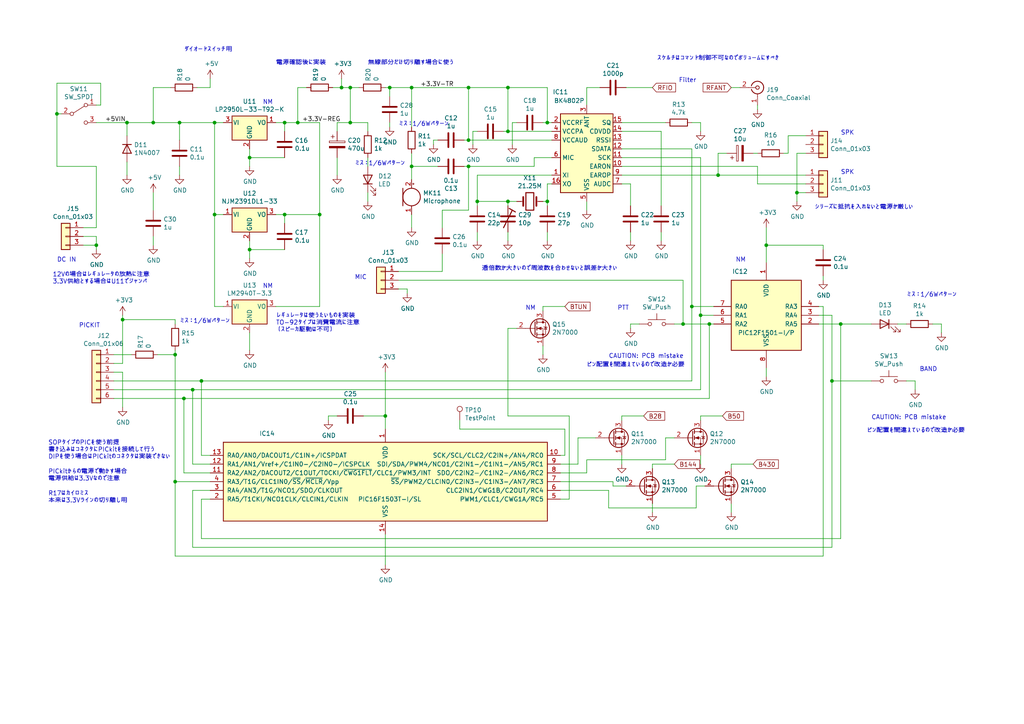
<source format=kicad_sch>
(kicad_sch (version 20211123) (generator eeschema)
  (paper "A4")
  (title_block (title "FM QRP TRCV") (date "2022-03-12") (rev "1") (company "JK1MLY / PRUG"))
  (lib_symbols
    (symbol "Connector:TestPoint" (pin_numbers hide) (pin_names (offset 0.762) hide)
      (property "Reference" "TP" (at 0 6.858 0))
      (property "Value" "TestPoint" (at 0 5.08 0))
      (symbol "TestPoint_1_1"
        (pin passive line (at 0 0 90) (length 2.54) (name "1") (number "1"))
      )
    )
    (symbol "Connector_Generic:Conn_01x03" (pin_names (offset 1.016) hide)
      (property "Reference" "J" (at 0 5.08 0))
      (property "Value" "Conn_01x03" (at 0 -5.08 0))
      (symbol "Conn_01x03_1_1"
        (pin passive line (at -5.08 2.54 0) (length 3.81) (name "Pin_1") (number "1"))
        (pin passive line (at -5.08 0 0) (length 3.81) (name "Pin_2") (number "2"))
        (pin passive line (at -5.08 -2.54 0) (length 3.81) (name "Pin_3") (number "3"))
      )
    )
    (symbol "Connector_Generic:Conn_01x06" (pin_names (offset 1.016) hide)
      (property "Reference" "J" (at 0 7.62 0))
      (property "Value" "Conn_01x06" (at 0 -10.16 0))
      (symbol "Conn_01x06_1_1"
        (pin passive line (at -5.08 5.08 0) (length 3.81) (name "Pin_1") (number "1"))
        (pin passive line (at -5.08 2.54 0) (length 3.81) (name "Pin_2") (number "2"))
        (pin passive line (at -5.08 0 0) (length 3.81) (name "Pin_3") (number "3"))
        (pin passive line (at -5.08 -2.54 0) (length 3.81) (name "Pin_4") (number "4"))
        (pin passive line (at -5.08 -5.08 0) (length 3.81) (name "Pin_5") (number "5"))
        (pin passive line (at -5.08 -7.62 0) (length 3.81) (name "Pin_6") (number "6"))
      )
    )
    (symbol "Device:C" (pin_numbers hide) (pin_names (offset 0.254))
      (property "Reference" "C" (at 0.635 2.54 0))
      (property "Value" "C" (at 0.635 -2.54 0))
      (symbol "C_1_1"
        (pin passive line (at 0 3.81 270) (length 2.794) (name "~") (number "1"))
        (pin passive line (at 0 -3.81 90) (length 2.794) (name "~") (number "2"))
      )
    )
    (symbol "Device:CP" (pin_numbers hide) (pin_names (offset 0.254))
      (property "Reference" "C" (at 0.635 2.54 0))
      (property "Value" "Device_CP" (at 0.635 -2.54 0))
      (symbol "CP_1_1"
        (pin passive line (at 0 3.81 270) (length 2.794) (name "~") (number "1"))
        (pin passive line (at 0 -3.81 90) (length 2.794) (name "~") (number "2"))
      )
    )
    (symbol "Device:CTRIM" (pin_numbers hide) (pin_names (offset 0.254) hide)
      (property "Reference" "C" (at 1.524 -2.032 0))
      (property "Value" "Device_CTRIM" (at 3.048 -3.556 0))
      (symbol "CTRIM_1_1"
        (pin passive line (at 0 3.81 270) (length 3.048) (name "~") (number "1"))
        (pin passive line (at 0 -3.81 90) (length 3.048) (name "~") (number "2"))
      )
    )
    (symbol "Device:Crystal" (pin_numbers hide) (pin_names (offset 1.016) hide)
      (property "Reference" "Y" (at 0 3.81 0))
      (property "Value" "Crystal" (at 0 -3.81 0))
      (symbol "Crystal_1_1"
        (pin passive line (at -3.81 0 0) (length 1.27) (name "1") (number "1"))
        (pin passive line (at 3.81 0 180) (length 1.27) (name "2") (number "2"))
      )
    )
    (symbol "Device:LED" (pin_numbers hide) (pin_names (offset 1.016) hide)
      (property "Reference" "D" (at 0 2.54 0))
      (property "Value" "LED" (at 0 -2.54 0))
      (symbol "LED_1_1"
        (pin passive line (at -3.81 0 0) (length 2.54) (name "K") (number "1"))
        (pin passive line (at 3.81 0 180) (length 2.54) (name "A") (number "2"))
      )
    )
    (symbol "Device:Microphone" (pin_names (offset 0.0254) hide)
      (property "Reference" "MK" (at -3.81 1.27 0))
      (property "Value" "Microphone" (at -3.81 -0.635 0))
      (symbol "Microphone_1_1"
        (pin passive line (at 0 -5.08 90) (length 2.54) (name "-") (number "1"))
        (pin passive line (at 0 5.08 270) (length 2.54) (name "+") (number "2"))
      )
    )
    (symbol "Device:R" (pin_numbers hide) (pin_names (offset 0))
      (property "Reference" "R" (at 2.032 0 90))
      (property "Value" "R" (at 0 0 90))
      (symbol "R_1_1"
        (pin passive line (at 0 3.81 270) (length 1.27) (name "~") (number "1"))
        (pin passive line (at 0 -3.81 90) (length 1.27) (name "~") (number "2"))
      )
    )
    (symbol "Diode:1N4002" (pin_numbers hide) (pin_names (offset 1.016) hide)
      (property "Reference" "D" (at 0 2.54 0))
      (property "Value" "1N4002" (at 0 -2.54 0))
      (symbol "1N4002_1_1"
        (pin passive line (at -3.81 0 0) (length 2.54) (name "K") (number "1"))
        (pin passive line (at 3.81 0 180) (length 2.54) (name "A") (number "2"))
      )
    )
    (symbol "MCU_Microchip_PIC12:PIC12LF1501-IP" (pin_names (offset 1.016))
      (property "Reference" "U" (at 1.27 13.97 0))
      (property "Value" "PIC12LF1501-IP" (at 1.27 11.43 0))
      (symbol "PIC12LF1501-IP_1_1"
        (pin power_in line (at 0 15.24 270) (length 5.08) (name "VDD") (number "1"))
        (pin bidirectional line (at 15.24 -2.54 180) (length 5.08) (name "RA5") (number "2"))
        (pin bidirectional line (at 15.24 0 180) (length 5.08) (name "RA4") (number "3"))
        (pin input line (at 15.24 2.54 180) (length 5.08) (name "RA3") (number "4"))
        (pin bidirectional line (at -15.24 -2.54 0) (length 5.08) (name "RA2") (number "5"))
        (pin bidirectional line (at -15.24 0 0) (length 5.08) (name "RA1") (number "6"))
        (pin bidirectional line (at -15.24 2.54 0) (length 5.08) (name "RA0") (number "7"))
        (pin power_in line (at 0 -15.24 90) (length 5.08) (name "VSS") (number "8"))
      )
    )
    (symbol "MCU_Microchip_PIC16:PIC16F1503-ISL" (pin_names (offset 1.016))
      (property "Reference" "U" (at -46.99 15.24 0))
      (property "Value" "PIC16F1503-ISL" (at -46.99 12.7 0))
      (symbol "PIC16F1503-ISL_1_1"
        (pin power_in line (at 0 15.24 270) (length 3.81) (name "VDD") (number "1"))
        (pin bidirectional line (at 50.8 7.62 180) (length 3.81) (name "SCK/SCL/CLC2/C2IN+/AN4/RC0") (number "10"))
        (pin bidirectional line (at -50.8 2.54 0) (length 3.81) (name "RA2/AN2/DACOUT2/C1OUT/T0CKI/~{CWG1FLT}/CLC1/PWM3/INT") (number "11"))
        (pin bidirectional line (at -50.8 5.08 0) (length 3.81) (name "RA1/AN1/Vref+/C1IN0-/C2IN0-/ICSPCLK") (number "12"))
        (pin bidirectional line (at -50.8 7.62 0) (length 3.81) (name "RA0/AN0/DACOUT1/C1IN+/ICSPDAT") (number "13"))
        (pin power_in line (at 0 -15.24 90) (length 3.81) (name "VSS") (number "14"))
        (pin bidirectional line (at -50.8 -5.08 0) (length 3.81) (name "RA5/T1CKI/NCO1CLK/CLCIN1/CLKIN") (number "2"))
        (pin bidirectional line (at -50.8 -2.54 0) (length 3.81) (name "RA4/AN3/T1G/NCO1/SDO/CLKOUT") (number "3"))
        (pin input line (at -50.8 0 0) (length 3.81) (name "RA3/T1G/CLC1IN0/~{SS}/~{MCLR}/Vpp") (number "4"))
        (pin bidirectional line (at 50.8 -5.08 180) (length 3.81) (name "PWM1/CLC1/CWG1A/RC5") (number "5"))
        (pin bidirectional line (at 50.8 -2.54 180) (length 3.81) (name "CLC2IN1/CWG1B/C2OUT/RC4") (number "6"))
        (pin bidirectional line (at 50.8 0 180) (length 3.81) (name "~{SS}/PWM2/CLCIN0/C2IN3-/C1IN3-/AN7/RC3") (number "7"))
        (pin bidirectional line (at 50.8 2.54 180) (length 3.81) (name "SDO/C2IN2-/C1IN2-/AN6/RC2") (number "8"))
        (pin bidirectional line (at 50.8 5.08 180) (length 3.81) (name "SDI/SDA/PWM4/NCO1/C2IN1-/C1IN1-/AN5/RC1") (number "9"))
      )
    )
    (symbol "Regulator_Linear:LM2936-3.0" (pin_names (offset 0.254))
      (property "Reference" "U" (at -3.81 3.175 0))
      (property "Value" "LM2936-3.0" (at 0 3.175 0))
      (symbol "LM2936-3.0_1_1"
        (pin power_in line (at -7.62 0 0) (length 2.54) (name "VI") (number "1"))
        (pin power_in line (at 0 -7.62 90) (length 2.54) (name "GND") (number "2"))
        (pin power_out line (at 7.62 0 180) (length 2.54) (name "VO") (number "3"))
      )
    )
    (symbol "Regulator_Linear:LM2936-3.0_TO92" (pin_names (offset 0.254))
      (property "Reference" "U" (at -3.81 3.175 0))
      (property "Value" "LM2936-3.0_TO92" (at 0 3.175 0))
      (symbol "LM2936-3.0_TO92_1_1"
        (pin power_out line (at 7.62 0 180) (length 2.54) (name "VO") (number "1"))
        (pin power_in line (at 0 -7.62 90) (length 2.54) (name "GND") (number "2"))
        (pin power_in line (at -7.62 0 0) (length 2.54) (name "VI") (number "3"))
      )
    )
    (symbol "Switch:SW_Push" (pin_numbers hide) (pin_names (offset 1.016) hide)
      (property "Reference" "SW" (at 1.27 2.54 0))
      (property "Value" "SW_Push" (at 0 -1.524 0))
      (symbol "SW_Push_0_1"
        (pin passive line (at -5.08 0 0) (length 2.54) (name "1") (number "1"))
        (pin passive line (at 5.08 0 180) (length 2.54) (name "2") (number "2"))
      )
    )
    (symbol "Switch:SW_SPDT" (pin_names (offset 0) hide)
      (property "Reference" "SW" (at 0 4.318 0))
      (property "Value" "SW_SPDT" (at 0 -5.08 0))
      (symbol "SW_SPDT_1_1"
        (pin passive line (at 5.08 2.54 180) (length 2.54) (name "A") (number "1"))
        (pin passive line (at -5.08 0 0) (length 2.54) (name "B") (number "2"))
        (pin passive line (at 5.08 -2.54 180) (length 2.54) (name "C") (number "3"))
      )
    )
    (symbol "Transistor_FET:2N7000" (pin_names hide)
      (property "Reference" "Q" (at 5.08 1.905 0))
      (property "Value" "2N7000" (at 5.08 0 0))
      (symbol "2N7000_1_1"
        (pin passive line (at 2.54 -5.08 90) (length 2.54) (name "S") (number "1"))
        (pin input line (at -5.08 0 0) (length 2.54) (name "G") (number "2"))
        (pin passive line (at 2.54 5.08 270) (length 2.54) (name "D") (number "3"))
      )
    )
    (symbol "power:+3.3V" (power) (pin_names (offset 0))
      (property "Value" "+3.3V" (at 0 3.556 0))
      (symbol "+3.3V_1_1"
        (pin power_in line (at 0 0 90) (length 0) hide (name "+3V3") (number "1"))
      )
    )
    (symbol "power:+5V" (power) (pin_names (offset 0))
      (property "Value" "+5V" (at 0 3.556 0))
      (symbol "+5V_1_1"
        (pin power_in line (at 0 0 90) (length 0) hide (name "+5V") (number "1"))
      )
    )
    (symbol "power:GND" (power) (pin_names (offset 0))
      (property "Value" "GND" (at 0 -3.81 0))
      (symbol "GND_1_1"
        (pin power_in line (at 0 0 270) (length 0) hide (name "GND") (number "1"))
      )
    )
    (symbol "usr_Library:BK4802P"
      (property "Reference" "IC" (at -7.62 13.97 0))
      (property "Value" "BK4802P" (at 2.54 -11.43 0))
      (symbol "BK4802P_1_1"
        (pin input line (at -10.16 -5.08 0) (length 2.54) (name "XI") (number "1"))
        (pin output line (at 10.16 -2.54 180) (length 2.54) (name "EARON") (number "10"))
        (pin bidirectional line (at 10.16 0 180) (length 2.54) (name "SCK") (number "11"))
        (pin bidirectional line (at 10.16 2.54 180) (length 2.54) (name "SDATA") (number "12"))
        (pin output line (at 10.16 5.08 180) (length 2.54) (name "RSSI") (number "13"))
        (pin output line (at 10.16 7.62 180) (length 2.54) (name "CDVDD") (number "14"))
        (pin output line (at 10.16 10.16 180) (length 2.54) (name "SQ") (number "15"))
        (pin output line (at -10.16 -7.62 0) (length 2.54) (name "XO") (number "16"))
        (pin power_in line (at -10.16 10.16 0) (length 2.54) (name "VCCRF") (number "2"))
        (pin output line (at 0 15.24 270) (length 2.54) (name "ANT") (number "3"))
        (pin power_in line (at -10.16 7.62 0) (length 2.54) (name "VCCPA") (number "4"))
        (pin power_in line (at 0 -12.7 90) (length 2.54) (name "VSS") (number "5"))
        (pin input line (at -10.16 0 0) (length 2.54) (name "MIC") (number "6"))
        (pin output line (at 10.16 -7.62 180) (length 2.54) (name "AUDC") (number "7"))
        (pin power_in line (at -10.16 5.08 0) (length 2.54) (name "VCCAUD") (number "8"))
        (pin output line (at 10.16 -5.08 180) (length 2.54) (name "EAROP") (number "9"))
      )
    )
    (symbol "usr_Library:Conn_Coaxial1" (pin_names (offset 1.016) hide)
      (property "Reference" "J" (at 0.254 3.048 0))
      (property "Value" "Conn_Coaxial1" (at 2.921 0 90))
      (symbol "Conn_Coaxial1_1_1"
        (pin passive line (at 0 -5.08 90) (length 2.54) (name "G") (number "1"))
        (pin passive line (at -5.08 0 0) (length 2.54) (name "S") (number "2"))
      )
    )
  )
  (junction (at 52.07 35.56))
  (junction (at 119.38 25.4))
  (junction (at 58.42 110.49))
  (junction (at 82.55 62.23))
  (junction (at 135.89 40.64))
  (junction (at 82.55 35.56))
  (junction (at 135.89 25.4))
  (junction (at 86.36 35.56))
  (junction (at 72.39 45.72))
  (junction (at 158.75 58.42))
  (junction (at 205.74 93.98))
  (junction (at 101.6 25.4))
  (junction (at 53.34 115.57))
  (junction (at 198.12 93.98))
  (junction (at 200.66 88.9))
  (junction (at 231.14 55.88))
  (junction (at 138.43 58.42))
  (junction (at 222.25 71.12))
  (junction (at 55.88 113.03))
  (junction (at 147.32 25.4))
  (junction (at 158.75 35.56))
  (junction (at 208.28 50.8))
  (junction (at 111.76 120.65))
  (junction (at 99.06 25.4))
  (junction (at 92.71 62.23))
  (junction (at 147.32 58.42))
  (junction (at 27.94 71.12))
  (junction (at 241.3 110.49))
  (junction (at 135.89 48.26))
  (junction (at 101.6 35.56))
  (junction (at 50.8 139.7))
  (junction (at 62.23 35.56))
  (junction (at 36.83 35.56))
  (junction (at 113.03 25.4))
  (junction (at 243.84 93.98))
  (junction (at 35.56 92.71))
  (junction (at 50.8 102.87))
  (junction (at 203.2 91.44))
  (junction (at 119.38 48.26))
  (junction (at 16.51 33.02))
  (junction (at 147.32 38.1))
  (junction (at 44.45 35.56))
  (junction (at 62.23 62.23))
  (junction (at 72.39 72.39))
  (wire (pts (xy 180.34 120.65) (xy 180.34 121.92)))
  (wire (pts (xy 180.34 45.72) (xy 203.2 45.72)))
  (wire (pts (xy 147.32 38.1) (xy 160.02 38.1)))
  (wire (pts (xy 177.8 139.7) (xy 177.8 140.97)))
  (wire (pts (xy 52.07 35.56) (xy 62.23 35.56)))
  (wire (pts (xy 27.94 68.58) (xy 27.94 71.12)))
  (wire (pts (xy 24.13 68.58) (xy 27.94 68.58)))
  (wire (pts (xy 105.41 120.65) (xy 111.76 120.65)))
  (wire (pts (xy 95.25 120.65) (xy 95.25 121.92)))
  (wire (pts (xy 212.09 25.4) (xy 214.63 25.4)))
  (wire (pts (xy 119.38 52.07) (xy 119.38 48.26)))
  (wire (pts (xy 203.2 120.65) (xy 209.55 120.65)))
  (wire (pts (xy 50.8 139.7) (xy 60.96 139.7)))
  (wire (pts (xy 72.39 74.93) (xy 72.39 72.39)))
  (wire (pts (xy 162.56 137.16) (xy 170.18 137.16)))
  (wire (pts (xy 207.01 93.98) (xy 205.74 93.98)))
  (wire (pts (xy 228.6 39.37) (xy 228.6 44.45)))
  (wire (pts (xy 148.59 35.56) (xy 148.59 41.91)))
  (wire (pts (xy 96.52 25.4) (xy 99.06 25.4)))
  (wire (pts (xy 133.35 124.46) (xy 133.35 121.92)))
  (wire (pts (xy 163.83 88.9) (xy 157.48 88.9)))
  (wire (pts (xy 195.58 134.62) (xy 189.23 134.62)))
  (wire (pts (xy 160.02 35.56) (xy 158.75 35.56)))
  (wire (pts (xy 62.23 35.56) (xy 64.77 35.56)))
  (wire (pts (xy 191.77 67.31) (xy 191.77 69.85)))
  (wire (pts (xy 138.43 67.31) (xy 138.43 69.85)))
  (wire (pts (xy 238.76 88.9) (xy 238.76 161.29)))
  (wire (pts (xy 228.6 44.45) (xy 227.33 44.45)))
  (wire (pts (xy 203.2 91.44) (xy 203.2 113.03)))
  (wire (pts (xy 127 48.26) (xy 119.38 48.26)))
  (wire (pts (xy 44.45 35.56) (xy 52.07 35.56)))
  (wire (pts (xy 82.55 62.23) (xy 80.01 62.23)))
  (wire (pts (xy 101.6 25.4) (xy 101.6 35.56)))
  (wire (pts (xy 158.75 58.42) (xy 158.75 59.69)))
  (wire (pts (xy 176.53 142.24) (xy 176.53 147.32)))
  (wire (pts (xy 104.14 25.4) (xy 101.6 25.4)))
  (wire (pts (xy 158.75 35.56) (xy 157.48 35.56)))
  (wire (pts (xy 101.6 35.56) (xy 106.68 35.56)))
  (wire (pts (xy 198.12 81.28) (xy 198.12 93.98)))
  (wire (pts (xy 128.27 78.74) (xy 115.57 78.74)))
  (wire (pts (xy 265.43 110.49) (xy 265.43 113.03)))
  (wire (pts (xy 97.79 120.65) (xy 95.25 120.65)))
  (wire (pts (xy 193.04 133.35) (xy 193.04 127)))
  (wire (pts (xy 36.83 39.37) (xy 36.83 35.56)))
  (wire (pts (xy 158.75 53.34) (xy 158.75 58.42)))
  (wire (pts (xy 193.04 35.56) (xy 180.34 35.56)))
  (wire (pts (xy 106.68 35.56) (xy 106.68 38.1)))
  (wire (pts (xy 134.62 40.64) (xy 135.89 40.64)))
  (wire (pts (xy 222.25 71.12) (xy 222.25 76.2)))
  (wire (pts (xy 189.23 146.05) (xy 189.23 148.59)))
  (wire (pts (xy 146.05 38.1) (xy 147.32 38.1)))
  (wire (pts (xy 92.71 62.23) (xy 92.71 35.56)))
  (wire (pts (xy 203.2 35.56) (xy 203.2 38.1)))
  (wire (pts (xy 58.42 132.08) (xy 58.42 110.49)))
  (wire (pts (xy 222.25 106.68) (xy 222.25 109.22)))
  (wire (pts (xy 147.32 25.4) (xy 158.75 25.4)))
  (wire (pts (xy 180.34 53.34) (xy 182.88 53.34)))
  (wire (pts (xy 115.57 83.82) (xy 118.11 83.82)))
  (wire (pts (xy 38.1 102.87) (xy 33.02 102.87)))
  (wire (pts (xy 237.49 91.44) (xy 241.3 91.44)))
  (wire (pts (xy 162.56 139.7) (xy 177.8 139.7)))
  (wire (pts (xy 201.93 140.97) (xy 204.47 140.97)))
  (wire (pts (xy 106.68 55.88) (xy 106.68 58.42)))
  (wire (pts (xy 55.88 158.75) (xy 241.3 158.75)))
  (wire (pts (xy 86.36 25.4) (xy 86.36 35.56)))
  (wire (pts (xy 88.9 25.4) (xy 86.36 25.4)))
  (wire (pts (xy 58.42 156.21) (xy 243.84 156.21)))
  (wire (pts (xy 243.84 93.98) (xy 243.84 156.21)))
  (wire (pts (xy 193.04 127) (xy 195.58 127)))
  (wire (pts (xy 82.55 35.56) (xy 86.36 35.56)))
  (wire (pts (xy 182.88 53.34) (xy 182.88 59.69)))
  (wire (pts (xy 238.76 80.01) (xy 238.76 81.28)))
  (wire (pts (xy 147.32 25.4) (xy 147.32 38.1)))
  (wire (pts (xy 157.48 100.33) (xy 157.48 102.87)))
  (wire (pts (xy 44.45 60.96) (xy 44.45 55.88)))
  (wire (pts (xy 233.68 44.45) (xy 231.14 44.45)))
  (wire (pts (xy 58.42 110.49) (xy 200.66 110.49)))
  (wire (pts (xy 33.02 107.95) (xy 35.56 107.95)))
  (wire (pts (xy 138.43 58.42) (xy 147.32 58.42)))
  (wire (pts (xy 222.25 66.04) (xy 222.25 71.12)))
  (wire (pts (xy 99.06 25.4) (xy 99.06 22.86)))
  (wire (pts (xy 138.43 38.1) (xy 137.16 38.1)))
  (wire (pts (xy 64.77 88.9) (xy 62.23 88.9)))
  (wire (pts (xy 233.68 55.88) (xy 231.14 55.88)))
  (wire (pts (xy 195.58 93.98) (xy 198.12 93.98)))
  (wire (pts (xy 241.3 110.49) (xy 241.3 158.75)))
  (wire (pts (xy 60.96 137.16) (xy 53.34 137.16)))
  (wire (pts (xy 64.77 62.23) (xy 62.23 62.23)))
  (wire (pts (xy 157.48 88.9) (xy 157.48 90.17)))
  (wire (pts (xy 176.53 147.32) (xy 201.93 147.32)))
  (wire (pts (xy 170.18 25.4) (xy 173.99 25.4)))
  (wire (pts (xy 231.14 55.88) (xy 231.14 58.42)))
  (wire (pts (xy 182.88 93.98) (xy 182.88 95.25)))
  (wire (pts (xy 35.56 107.95) (xy 35.56 118.11)))
  (wire (pts (xy 80.01 88.9) (xy 92.71 88.9)))
  (wire (pts (xy 231.14 44.45) (xy 231.14 55.88)))
  (wire (pts (xy 158.75 67.31) (xy 158.75 69.85)))
  (wire (pts (xy 106.68 45.72) (xy 106.68 48.26)))
  (wire (pts (xy 97.79 35.56) (xy 101.6 35.56)))
  (wire (pts (xy 72.39 72.39) (xy 72.39 69.85)))
  (wire (pts (xy 212.09 146.05) (xy 212.09 148.59)))
  (wire (pts (xy 208.28 44.45) (xy 208.28 50.8)))
  (wire (pts (xy 53.34 137.16) (xy 53.34 115.57)))
  (wire (pts (xy 170.18 58.42) (xy 170.18 60.96)))
  (wire (pts (xy 35.56 92.71) (xy 35.56 105.41)))
  (wire (pts (xy 222.25 71.12) (xy 238.76 71.12)))
  (wire (pts (xy 111.76 25.4) (xy 113.03 25.4)))
  (wire (pts (xy 180.34 50.8) (xy 208.28 50.8)))
  (wire (pts (xy 27.94 71.12) (xy 27.94 72.39)))
  (wire (pts (xy 237.49 88.9) (xy 238.76 88.9)))
  (wire (pts (xy 200.66 43.18) (xy 200.66 88.9)))
  (wire (pts (xy 207.01 88.9) (xy 200.66 88.9)))
  (wire (pts (xy 138.43 58.42) (xy 138.43 59.69)))
  (wire (pts (xy 128.27 60.96) (xy 135.89 60.96)))
  (wire (pts (xy 97.79 45.72) (xy 97.79 50.8)))
  (wire (pts (xy 92.71 62.23) (xy 82.55 62.23)))
  (wire (pts (xy 212.09 134.62) (xy 212.09 135.89)))
  (wire (pts (xy 72.39 96.52) (xy 72.39 101.6)))
  (wire (pts (xy 147.32 120.65) (xy 165.1 120.65)))
  (wire (pts (xy 119.38 25.4) (xy 135.89 25.4)))
  (wire (pts (xy 16.51 24.13) (xy 16.51 33.02)))
  (wire (pts (xy 163.83 132.08) (xy 163.83 124.46)))
  (wire (pts (xy 186.69 120.65) (xy 180.34 120.65)))
  (wire (pts (xy 55.88 134.62) (xy 55.88 113.03)))
  (wire (pts (xy 135.89 48.26) (xy 154.94 48.26)))
  (wire (pts (xy 113.03 35.56) (xy 113.03 36.83)))
  (wire (pts (xy 50.8 101.6) (xy 50.8 102.87)))
  (wire (pts (xy 16.51 48.26) (xy 16.51 33.02)))
  (wire (pts (xy 82.55 45.72) (xy 72.39 45.72)))
  (wire (pts (xy 182.88 67.31) (xy 182.88 69.85)))
  (wire (pts (xy 36.83 35.56) (xy 44.45 35.56)))
  (wire (pts (xy 162.56 132.08) (xy 163.83 132.08)))
  (wire (pts (xy 137.16 38.1) (xy 137.16 41.91)))
  (wire (pts (xy 165.1 144.78) (xy 165.1 120.65)))
  (wire (pts (xy 119.38 62.23) (xy 119.38 66.04)))
  (wire (pts (xy 191.77 38.1) (xy 180.34 38.1)))
  (wire (pts (xy 57.15 25.4) (xy 60.96 25.4)))
  (wire (pts (xy 160.02 45.72) (xy 154.94 45.72)))
  (wire (pts (xy 44.45 68.58) (xy 44.45 71.12)))
  (wire (pts (xy 72.39 48.26) (xy 72.39 45.72)))
  (wire (pts (xy 233.68 39.37) (xy 228.6 39.37)))
  (wire (pts (xy 167.64 134.62) (xy 167.64 127)))
  (wire (pts (xy 205.74 93.98) (xy 205.74 115.57)))
  (wire (pts (xy 55.88 134.62) (xy 60.96 134.62)))
  (wire (pts (xy 125.73 41.91) (xy 125.73 40.64)))
  (wire (pts (xy 170.18 133.35) (xy 193.04 133.35)))
  (wire (pts (xy 154.94 45.72) (xy 154.94 48.26)))
  (wire (pts (xy 135.89 25.4) (xy 147.32 25.4)))
  (wire (pts (xy 50.8 93.98) (xy 50.8 92.71)))
  (wire (pts (xy 200.66 35.56) (xy 203.2 35.56)))
  (wire (pts (xy 29.21 30.48) (xy 29.21 24.13)))
  (wire (pts (xy 135.89 60.96) (xy 135.89 48.26)))
  (wire (pts (xy 158.75 58.42) (xy 157.48 58.42)))
  (wire (pts (xy 82.55 38.1) (xy 82.55 35.56)))
  (wire (pts (xy 111.76 107.95) (xy 111.76 120.65)))
  (wire (pts (xy 36.83 50.8) (xy 36.83 46.99)))
  (wire (pts (xy 177.8 140.97) (xy 181.61 140.97)))
  (wire (pts (xy 60.96 142.24) (xy 55.88 142.24)))
  (wire (pts (xy 138.43 50.8) (xy 160.02 50.8)))
  (wire (pts (xy 82.55 64.77) (xy 82.55 62.23)))
  (wire (pts (xy 203.2 120.65) (xy 203.2 121.92)))
  (wire (pts (xy 50.8 139.7) (xy 50.8 161.29)))
  (wire (pts (xy 208.28 50.8) (xy 233.68 50.8)))
  (wire (pts (xy 29.21 24.13) (xy 16.51 24.13)))
  (wire (pts (xy 52.07 48.26) (xy 52.07 50.8)))
  (wire (pts (xy 128.27 73.66) (xy 128.27 78.74)))
  (wire (pts (xy 113.03 25.4) (xy 113.03 27.94)))
  (wire (pts (xy 198.12 93.98) (xy 205.74 93.98)))
  (wire (pts (xy 62.23 88.9) (xy 62.23 62.23)))
  (wire (pts (xy 55.88 113.03) (xy 203.2 113.03)))
  (wire (pts (xy 203.2 132.08) (xy 203.2 134.62)))
  (wire (pts (xy 238.76 72.39) (xy 238.76 71.12)))
  (wire (pts (xy 27.94 35.56) (xy 36.83 35.56)))
  (wire (pts (xy 167.64 127) (xy 172.72 127)))
  (wire (pts (xy 170.18 25.4) (xy 170.18 30.48)))
  (wire (pts (xy 149.86 35.56) (xy 148.59 35.56)))
  (wire (pts (xy 262.89 110.49) (xy 265.43 110.49)))
  (wire (pts (xy 82.55 72.39) (xy 72.39 72.39)))
  (wire (pts (xy 241.3 91.44) (xy 241.3 110.49)))
  (wire (pts (xy 44.45 25.4) (xy 44.45 35.56)))
  (wire (pts (xy 219.71 30.48) (xy 219.71 31.75)))
  (wire (pts (xy 125.73 40.64) (xy 127 40.64)))
  (wire (pts (xy 233.68 53.34) (xy 219.71 53.34)))
  (wire (pts (xy 185.42 93.98) (xy 182.88 93.98)))
  (wire (pts (xy 49.53 25.4) (xy 44.45 25.4)))
  (wire (pts (xy 55.88 142.24) (xy 55.88 158.75)))
  (wire (pts (xy 147.32 95.25) (xy 147.32 120.65)))
  (wire (pts (xy 24.13 66.04) (xy 27.94 66.04)))
  (wire (pts (xy 33.02 105.41) (xy 35.56 105.41)))
  (wire (pts (xy 147.32 59.69) (xy 147.32 58.42)))
  (wire (pts (xy 189.23 134.62) (xy 189.23 135.89)))
  (wire (pts (xy 147.32 95.25) (xy 149.86 95.25)))
  (wire (pts (xy 167.64 134.62) (xy 162.56 134.62)))
  (wire (pts (xy 27.94 30.48) (xy 29.21 30.48)))
  (wire (pts (xy 180.34 43.18) (xy 200.66 43.18)))
  (wire (pts (xy 33.02 115.57) (xy 53.34 115.57)))
  (wire (pts (xy 134.62 48.26) (xy 135.89 48.26)))
  (wire (pts (xy 147.32 67.31) (xy 147.32 69.85)))
  (wire (pts (xy 162.56 142.24) (xy 176.53 142.24)))
  (wire (pts (xy 138.43 50.8) (xy 138.43 58.42)))
  (wire (pts (xy 119.38 25.4) (xy 119.38 36.83)))
  (wire (pts (xy 207.01 91.44) (xy 203.2 91.44)))
  (wire (pts (xy 219.71 48.26) (xy 219.71 53.34)))
  (wire (pts (xy 270.51 93.98) (xy 273.05 93.98)))
  (wire (pts (xy 180.34 48.26) (xy 219.71 48.26)))
  (wire (pts (xy 82.55 35.56) (xy 80.01 35.56)))
  (wire (pts (xy 60.96 132.08) (xy 58.42 132.08)))
  (wire (pts (xy 135.89 40.64) (xy 160.02 40.64)))
  (wire (pts (xy 35.56 92.71) (xy 35.56 91.44)))
  (wire (pts (xy 158.75 25.4) (xy 158.75 35.56)))
  (wire (pts (xy 170.18 133.35) (xy 170.18 137.16)))
  (wire (pts (xy 50.8 102.87) (xy 50.8 139.7)))
  (wire (pts (xy 135.89 25.4) (xy 135.89 40.64)))
  (wire (pts (xy 35.56 92.71) (xy 50.8 92.71)))
  (wire (pts (xy 97.79 35.56) (xy 97.79 38.1)))
  (wire (pts (xy 101.6 25.4) (xy 99.06 25.4)))
  (wire (pts (xy 33.02 113.03) (xy 55.88 113.03)))
  (wire (pts (xy 111.76 154.94) (xy 111.76 163.83)))
  (wire (pts (xy 33.02 110.49) (xy 58.42 110.49)))
  (wire (pts (xy 119.38 48.26) (xy 119.38 44.45)))
  (wire (pts (xy 243.84 93.98) (xy 237.49 93.98)))
  (wire (pts (xy 201.93 147.32) (xy 201.93 140.97)))
  (wire (pts (xy 60.96 25.4) (xy 60.96 22.86)))
  (wire (pts (xy 163.83 124.46) (xy 133.35 124.46)))
  (wire (pts (xy 50.8 161.29) (xy 238.76 161.29)))
  (wire (pts (xy 147.32 58.42) (xy 149.86 58.42)))
  (wire (pts (xy 273.05 93.98) (xy 273.05 96.52)))
  (wire (pts (xy 86.36 35.56) (xy 92.71 35.56)))
  (wire (pts (xy 252.73 110.49) (xy 241.3 110.49)))
  (wire (pts (xy 16.51 33.02) (xy 17.78 33.02)))
  (wire (pts (xy 24.13 71.12) (xy 27.94 71.12)))
  (wire (pts (xy 52.07 40.64) (xy 52.07 35.56)))
  (wire (pts (xy 180.34 132.08) (xy 180.34 134.62)))
  (wire (pts (xy 203.2 45.72) (xy 203.2 91.44)))
  (wire (pts (xy 27.94 48.26) (xy 16.51 48.26)))
  (wire (pts (xy 111.76 120.65) (xy 111.76 124.46)))
  (wire (pts (xy 189.23 25.4) (xy 181.61 25.4)))
  (wire (pts (xy 191.77 59.69) (xy 191.77 38.1)))
  (wire (pts (xy 27.94 66.04) (xy 27.94 48.26)))
  (wire (pts (xy 162.56 144.78) (xy 165.1 144.78)))
  (wire (pts (xy 219.71 44.45) (xy 218.44 44.45)))
  (wire (pts (xy 58.42 144.78) (xy 60.96 144.78)))
  (wire (pts (xy 262.89 93.98) (xy 260.35 93.98)))
  (wire (pts (xy 45.72 102.87) (xy 50.8 102.87)))
  (wire (pts (xy 158.75 53.34) (xy 160.02 53.34)))
  (wire (pts (xy 72.39 45.72) (xy 72.39 43.18)))
  (wire (pts (xy 62.23 35.56) (xy 62.23 62.23)))
  (wire (pts (xy 128.27 66.04) (xy 128.27 60.96)))
  (wire (pts (xy 58.42 144.78) (xy 58.42 156.21)))
  (wire (pts (xy 212.09 134.62) (xy 218.44 134.62)))
  (wire (pts (xy 200.66 88.9) (xy 200.66 110.49)))
  (wire (pts (xy 118.11 83.82) (xy 118.11 85.09)))
  (wire (pts (xy 53.34 115.57) (xy 205.74 115.57)))
  (wire (pts (xy 92.71 88.9) (xy 92.71 62.23)))
  (wire (pts (xy 115.57 81.28) (xy 198.12 81.28)))
  (wire (pts (xy 243.84 93.98) (xy 252.73 93.98)))
  (wire (pts (xy 113.03 25.4) (xy 119.38 25.4)))
  (wire (pts (xy 210.82 44.45) (xy 208.28 44.45)))
  (text "ピン配置を間違えているので改造が必要" (at 170.18 106.68 0) (effects (font (size 1.27 1.27)) (justify left bottom)))
  (text "BAND" (at 266.7 107.95 0) (effects (font (size 1.27 1.27)) (justify left bottom)))
  (text "スケルチはコマンド制御不可なのでボリュームにすべき" (at 190.5 17.78 0) (effects (font (size 1.27 1.27)) (justify left bottom)))
  (text "無線部分だけ切り離す場合に使う" (at 106.68 19.05 0) (effects (font (size 1.27 1.27)) (justify left bottom)))
  (text "SPK" (at 243.84 39.37 0) (effects (font (size 1.27 1.27)) (justify left bottom)))
  (text "PICkitからの電源で動かす場合\n電源供給は3.3Vなので注意" (at 13.97 139.7 0) (effects (font (size 1.27 1.27)) (justify left bottom)))
  (text "SPK" (at 243.84 50.8 0) (effects (font (size 1.27 1.27)) (justify left bottom)))
  (text "MIC" (at 102.87 81.28 0) (effects (font (size 1.27 1.27)) (justify left bottom)))
  (text "R17はカイロミス\n本来は3.3Vラインの切り離し用" (at 13.97 146.05 0) (effects (font (size 1.27 1.27)) (justify left bottom)))
  (text "NM" (at 152.4 90.17 0) (effects (font (size 1.27 1.27)) (justify left bottom)))
  (text "逓倍数が大きいので周波数を合わせないと誤差が大きい" (at 139.7 78.74 0) (effects (font (size 1.27 1.27)) (justify left bottom)))
  (text "ミス：1/6Wパターン" (at 52.07 93.98 0) (effects (font (size 1.27 1.27)) (justify left bottom)))
  (text "CAUTION: PCB mistake" (at 252.73 121.92 0) (effects (font (size 1.27 1.27)) (justify left bottom)))
  (text "ミス：1/6Wパターン" (at 262.89 86.36 0) (effects (font (size 1.27 1.27)) (justify left bottom)))
  (text "ミス：1/6Wパターン" (at 115.57 36.83 0) (effects (font (size 1.27 1.27)) (justify left bottom)))
  (text "レギュレータは使うたいものを実装\nTO-92タイプは消費電流に注意\n（スピーカ駆動は不可）" (at 80.01 96.52 0) (effects (font (size 1.27 1.27)) (justify left bottom)))
  (text "CAUTION: PCB mistake" (at 176.53 104.14 0) (effects (font (size 1.27 1.27)) (justify left bottom)))
  (text "PICKIT" (at 22.86 95.25 0) (effects (font (size 1.27 1.27)) (justify left bottom)))
  (text "Filter" (at 196.85 24.13 0) (effects (font (size 1.27 1.27)) (justify left bottom)))
  (text "ミス：1/6Wパターン" (at 102.87 48.26 0) (effects (font (size 1.27 1.27)) (justify left bottom)))
  (text "ダイオードスイッチ用" (at 53.34 15.24 0) (effects (font (size 1.27 1.27)) (justify left bottom)))
  (text "NM" (at 76.2 83.82 0) (effects (font (size 1.27 1.27)) (justify left bottom)))
  (text "NM" (at 76.2 30.48 0) (effects (font (size 1.27 1.27)) (justify left bottom)))
  (text "電源確認後に実装" (at 80.01 19.05 0) (effects (font (size 1.27 1.27)) (justify left bottom)))
  (text "12Vの場合はレギュレータの放熱に注意\n3.3V供給とする場合はU11でジャンパ" (at 15.24 82.55 0) (effects (font (size 1.27 1.27)) (justify left bottom)))
  (text "ピン配置を間違えているので改造が必要" (at 251.46 125.73 0) (effects (font (size 1.27 1.27)) (justify left bottom)))
  (text "DC IN" (at 16.51 76.2 0) (effects (font (size 1.27 1.27)) (justify left bottom)))
  (text "PTT" (at 179.07 90.17 0) (effects (font (size 1.27 1.27)) (justify left bottom)))
  (text "NM" (at 213.36 76.2 0) (effects (font (size 1.27 1.27)) (justify left bottom)))
  (text "SOPタイプのPICを使う前提\n書き込みはコネクタにPICkitを接続して行う\nDIPを使う場合はPICkitのコネクタは実装できない" (at 13.97 133.35 0) (effects (font (size 1.27 1.27)) (justify left bottom)))
  (text "シリーズに抵抗を入れないと電源が厳しい" (at 236.22 60.96 0) (effects (font (size 1.27 1.27)) (justify left bottom)))
  (label "+3.3V-REG" (at 87.63 35.56 0))
  (label "+5VIN" (at 30.48 35.56 0))
  (label "+3.3V-TR" (at 121.92 25.4 0))
  (global_label "B430" (shape input) (at 218.44 134.62 0) (property "Intersheet References" "${INTERSHEET_REFS}" (effects hide)))
  (global_label "B28" (shape input) (at 186.69 120.65 0) (property "Intersheet References" "${INTERSHEET_REFS}" (effects hide)))
  (global_label "RFIO" (shape input) (at 189.23 25.4 0) (property "Intersheet References" "${INTERSHEET_REFS}" (effects hide)))
  (global_label "B144" (shape input) (at 195.58 134.62 0) (property "Intersheet References" "${INTERSHEET_REFS}" (effects hide)))
  (global_label "BTUN" (shape input) (at 163.83 88.9 0) (property "Intersheet References" "${INTERSHEET_REFS}" (effects hide)))
  (global_label "RFANT" (shape input) (at 212.09 25.4 180) (property "Intersheet References" "${INTERSHEET_REFS}" (effects hide)))
  (global_label "B50" (shape input) (at 209.55 120.65 0) (property "Intersheet References" "${INTERSHEET_REFS}" (effects hide)))
  (symbol (lib_id "power:GND") (at 72.39 101.6 0) (unit 1)
    (property "Reference" "#PWR0109" (effects hide))
    (property "Value" "GND" (at 72.517 105.9942 0))
  )
  (symbol (lib_id "Regulator_Linear:LM2936-3.0") (at 72.39 88.9 0) (unit 1) (in_bom no) (on_board no)
    (property "Reference" "U13" (at 72.39 82.7532 0))
    (property "Value" "LM2940T-3.3" (at 72.39 85.0646 0))
    (property "Footprint" "Package_TO_SOT_THT:TO-251-3_Vertical" (effects hide))
    (property "Datasheet" "I-14505" (effects hide))
  )
  (symbol (lib_id "Device:C") (at 101.6 120.65 90) (unit 1)
    (property "Reference" "C25" (at 101.6 114.2492 90))
    (property "Value" "0.1u" (at 101.6 116.5606 90))
    (property "Footprint" "Capacitor_THT:C_Disc_D3.4mm_W2.1mm_P2.50mm" (effects hide))
  )
  (symbol (lib_id "power:GND") (at 95.25 121.92 0) (unit 1)
    (property "Reference" "#PWR0110" (effects hide))
    (property "Value" "GND" (at 95.377 126.3142 0))
  )
  (symbol (lib_id "MCU_Microchip_PIC16:PIC16F1503-ISL") (at 111.76 139.7 0) (unit 1)
    (property "Reference" "IC14" (at 77.47 125.73 0))
    (property "Value" "PIC16F1503T-I/SL" (at 113.03 144.78 0))
    (property "Footprint" "Package_SO:SO-14_3.9x8.65mm_P1.27mm" (effects hide))
    (property "Datasheet" "I-10888" (effects hide))
  )
  (symbol (lib_id "usr_Library:BK4802P") (at 170.18 45.72 0) (unit 1)
    (property "Reference" "IC11" (at 162.56 26.67 0))
    (property "Value" "BK4802P" (at 165.1 29.21 0))
    (property "Footprint" "Package_SO:SO-16_3.9x9.9mm_P1.27mm" (effects hide))
    (property "Datasheet" "http://www.bekencorp.com/en/goods/detail/cid/19.html" (effects hide))
  )
  (symbol (lib_id "Device:Crystal") (at 153.67 58.42 0) (unit 1)
    (property "Reference" "X11" (at 153.67 51.6128 0))
    (property "Value" "21.25M" (at 153.67 53.9242 0))
    (property "Footprint" "UserLib:HC49" (effects hide))
  )
  (symbol (lib_id "Device:C") (at 177.8 25.4 90) (unit 1)
    (property "Reference" "C21" (at 177.8 18.9992 90))
    (property "Value" "1000p" (at 177.8 21.3106 90))
    (property "Footprint" "Capacitor_THT:C_Disc_D3.4mm_W2.1mm_P2.50mm" (effects hide))
  )
  (symbol (lib_id "Device:Microphone") (at 119.38 57.15 0) (unit 1)
    (property "Reference" "MK11" (at 122.682 55.9816 0) (effects (justify left)))
    (property "Value" "Microphone" (at 122.682 58.293 0) (effects (justify left)))
    (property "Footprint" "digikey-footprints:Mic_CMA-4544PF-W" (effects hide))
    (property "Datasheet" "P-01810" (effects hide))
  )
  (symbol (lib_id "Device:R") (at 106.68 41.91 0) (unit 1)
    (property "Reference" "R12" (at 108.458 40.7416 0) (effects (justify left)))
    (property "Value" "1k" (at 108.458 43.053 0) (effects (justify left)))
    (property "Footprint" "Resistor_THT:R_Axial_DIN0204_L3.6mm_D1.6mm_P5.08mm_Horizontal" (effects hide))
  )
  (symbol (lib_id "Device:R") (at 196.85 35.56 90) (unit 1)
    (property "Reference" "R13" (at 196.85 30.3022 90))
    (property "Value" "4.7k" (at 196.85 32.6136 90))
    (property "Footprint" "Resistor_THT:R_Axial_DIN0207_L6.3mm_D2.5mm_P2.54mm_Vertical" (effects hide))
  )
  (symbol (lib_id "Device:LED") (at 256.54 93.98 0) (mirror y) (unit 1)
    (property "Reference" "D13" (at 256.7178 88.4682 0))
    (property "Value" "LED" (at 256.7178 90.7796 0))
    (property "Footprint" "digikey-footprints:LED_3mm_Radial" (effects hide))
  )
  (symbol (lib_id "MCU_Microchip_PIC12:PIC12LF1501-IP") (at 222.25 91.44 0) (unit 1) (in_bom no) (on_board no)
    (property "Reference" "IC12" (at 214.63 78.74 0))
    (property "Value" "PIC12F1501-I/P" (at 222.25 96.52 0))
    (property "Footprint" "digikey-footprints:DIP-8_W7.62mm" (effects hide))
    (property "Datasheet" "I-07639" (effects hide))
  )
  (symbol (lib_id "Switch:SW_SPDT") (at 22.86 33.02 0) (unit 1)
    (property "Reference" "SW11" (at 22.86 25.781 0))
    (property "Value" "SW_SPDT" (at 22.86 28.0924 0))
    (property "Footprint" "digikey-footprints:Switch_Slide_11.6x4mm_EG1218" (effects hide))
    (property "Datasheet" "P-15707" (effects hide))
  )
  (symbol (lib_id "Device:C") (at 138.43 63.5 0) (unit 1)
    (property "Reference" "C14" (at 141.351 62.3316 0) (effects (justify left)))
    (property "Value" "22p" (at 141.351 64.643 0) (effects (justify left)))
    (property "Footprint" "Capacitor_THT:C_Disc_D3.4mm_W2.1mm_P2.50mm" (effects hide))
  )
  (symbol (lib_id "Device:C") (at 158.75 63.5 0) (unit 1)
    (property "Reference" "C19" (at 161.671 62.3316 0) (effects (justify left)))
    (property "Value" "27p" (at 161.671 64.643 0) (effects (justify left)))
    (property "Footprint" "Capacitor_THT:C_Disc_D3.4mm_W2.1mm_P2.50mm" (effects hide))
  )
  (symbol (lib_id "power:GND") (at 238.76 81.28 0) (unit 1)
    (property "Reference" "#PWR035" (effects hide))
    (property "Value" "GND" (at 238.887 85.6742 0))
  )
  (symbol (lib_id "power:GND") (at 138.43 69.85 0) (unit 1)
    (property "Reference" "#PWR020" (effects hide))
    (property "Value" "GND" (at 138.557 74.2442 0))
  )
  (symbol (lib_id "power:GND") (at 158.75 69.85 0) (unit 1)
    (property "Reference" "#PWR023" (effects hide))
    (property "Value" "GND" (at 158.877 74.2442 0))
  )
  (symbol (lib_id "Device:C") (at 130.81 48.26 90) (mirror x) (unit 1)
    (property "Reference" "C13" (at 130.81 54.6608 90))
    (property "Value" "0.1u" (at 130.81 52.3494 90))
    (property "Footprint" "Capacitor_THT:C_Disc_D3.4mm_W2.1mm_P2.50mm" (effects hide))
  )
  (symbol (lib_id "Device:R") (at 119.38 40.64 0) (unit 1)
    (property "Reference" "R11" (at 121.158 39.4716 0) (effects (justify left)))
    (property "Value" "1k" (at 121.158 41.783 0) (effects (justify left)))
    (property "Footprint" "Resistor_THT:R_Axial_DIN0204_L3.6mm_D1.6mm_P5.08mm_Horizontal" (effects hide))
  )
  (symbol (lib_id "Device:C") (at 153.67 35.56 90) (unit 1)
    (property "Reference" "C18" (at 153.67 29.1592 90))
    (property "Value" "1u" (at 153.67 31.4706 90))
    (property "Footprint" "Capacitor_THT:C_Disc_D3.4mm_W2.1mm_P2.50mm" (effects hide))
  )
  (symbol (lib_id "Device:C") (at 142.24 38.1 90) (unit 1)
    (property "Reference" "C15" (at 142.24 31.6992 90))
    (property "Value" "1u" (at 142.24 34.0106 90))
    (property "Footprint" "Capacitor_THT:C_Disc_D3.4mm_W2.1mm_P2.50mm" (effects hide))
  )
  (symbol (lib_id "Device:C") (at 130.81 40.64 90) (unit 1)
    (property "Reference" "C12" (at 130.81 34.2392 90))
    (property "Value" "1u" (at 130.81 36.5506 90))
    (property "Footprint" "Capacitor_THT:C_Disc_D3.4mm_W2.1mm_P2.50mm" (effects hide))
  )
  (symbol (lib_id "power:GND") (at 119.38 66.04 0) (unit 1)
    (property "Reference" "#PWR014" (effects hide))
    (property "Value" "GND" (at 119.507 70.4342 0))
  )
  (symbol (lib_id "power:GND") (at 148.59 41.91 0) (unit 1)
    (property "Reference" "#PWR022" (effects hide))
    (property "Value" "GND" (at 148.717 46.3042 0))
  )
  (symbol (lib_id "power:GND") (at 137.16 41.91 0) (unit 1)
    (property "Reference" "#PWR019" (effects hide))
    (property "Value" "GND" (at 137.287 46.3042 0))
  )
  (symbol (lib_id "power:GND") (at 125.73 41.91 0) (unit 1)
    (property "Reference" "#PWR015" (effects hide))
    (property "Value" "GND" (at 125.857 46.3042 0))
  )
  (symbol (lib_id "power:GND") (at 170.18 60.96 0) (unit 1)
    (property "Reference" "#PWR026" (effects hide))
    (property "Value" "GND" (at 170.307 65.3542 0))
  )
  (symbol (lib_id "power:+3.3V") (at 111.76 107.95 0) (unit 1)
    (property "Reference" "#PWR0102" (effects hide))
    (property "Value" "+3.3V" (at 112.141 103.5558 0))
  )
  (symbol (lib_id "power:GND") (at 111.76 163.83 0) (unit 1)
    (property "Reference" "#PWR0107" (effects hide))
    (property "Value" "GND" (at 111.887 168.2242 0))
  )
  (symbol (lib_id "power:+3.3V") (at 222.25 66.04 0) (unit 1)
    (property "Reference" "#PWR033" (effects hide))
    (property "Value" "+3.3V" (at 222.631 61.6458 0))
  )
  (symbol (lib_id "power:GND") (at 222.25 109.22 0) (unit 1)
    (property "Reference" "#PWR034" (effects hide))
    (property "Value" "GND" (at 222.377 113.6142 0))
  )
  (symbol (lib_id "Device:C") (at 238.76 76.2 0) (unit 1)
    (property "Reference" "C24" (at 241.681 75.0316 0) (effects (justify left)))
    (property "Value" "0.1u" (at 241.681 77.343 0) (effects (justify left)))
    (property "Footprint" "Capacitor_THT:C_Disc_D3.4mm_W2.1mm_P2.50mm" (effects hide))
  )
  (symbol (lib_id "Device:R") (at 266.7 93.98 90) (unit 1)
    (property "Reference" "R14" (at 266.7 88.7222 90))
    (property "Value" "1k" (at 266.7 91.0336 90))
    (property "Footprint" "Resistor_THT:R_Axial_DIN0204_L3.6mm_D1.6mm_P5.08mm_Horizontal" (effects hide))
  )
  (symbol (lib_id "power:GND") (at 97.79 50.8 0) (unit 1)
    (property "Reference" "#PWR025" (effects hide))
    (property "Value" "GND" (at 97.917 55.1942 0))
  )
  (symbol (lib_id "power:GND") (at 273.05 96.52 0) (unit 1)
    (property "Reference" "#PWR037" (effects hide))
    (property "Value" "GND" (at 273.177 100.9142 0))
  )
  (symbol (lib_id "Switch:SW_Push") (at 190.5 93.98 0) (unit 1)
    (property "Reference" "SW12" (at 190.5 86.741 0))
    (property "Value" "SW_Push" (at 190.5 89.0524 0))
    (property "Footprint" "digikey-footprints:Switch_Tactile_THT_6x6mm" (effects hide))
    (property "Datasheet" "P-03647" (effects hide))
  )
  (symbol (lib_id "Switch:SW_Push") (at 257.81 110.49 0) (unit 1)
    (property "Reference" "SW13" (at 257.81 103.251 0))
    (property "Value" "SW_Push" (at 257.81 105.5624 0))
    (property "Footprint" "digikey-footprints:Switch_Tactile_THT_6x6mm" (effects hide))
    (property "Datasheet" "P-03647" (effects hide))
  )
  (symbol (lib_id "power:GND") (at 265.43 113.03 0) (unit 1)
    (property "Reference" "#PWR036" (effects hide))
    (property "Value" "GND" (at 265.557 117.4242 0))
  )
  (symbol (lib_id "power:GND") (at 182.88 95.25 0) (unit 1)
    (property "Reference" "#PWR030" (effects hide))
    (property "Value" "GND" (at 183.007 99.6442 0))
  )
  (symbol (lib_id "power:GND") (at 203.2 38.1 0) (unit 1)
    (property "Reference" "#PWR032" (effects hide))
    (property "Value" "GND" (at 203.327 42.4942 0))
  )
  (symbol (lib_id "Device:C") (at 182.88 63.5 0) (unit 1)
    (property "Reference" "C22" (at 185.801 62.3316 0) (effects (justify left)))
    (property "Value" "1u" (at 185.801 64.643 0) (effects (justify left)))
    (property "Footprint" "Capacitor_THT:C_Disc_D3.4mm_W2.1mm_P2.50mm" (effects hide))
  )
  (symbol (lib_id "Device:C") (at 191.77 63.5 0) (unit 1)
    (property "Reference" "C23" (at 194.691 62.3316 0) (effects (justify left)))
    (property "Value" "1u" (at 194.691 64.643 0) (effects (justify left)))
    (property "Footprint" "Capacitor_THT:C_Disc_D3.4mm_W2.1mm_P2.50mm" (effects hide))
  )
  (symbol (lib_id "Connector_Generic:Conn_01x03") (at 238.76 53.34 0) (unit 1)
    (property "Reference" "J11" (at 240.792 52.2732 0) (effects (justify left)))
    (property "Value" "Conn_01x03" (at 240.792 54.5846 0) (effects (justify left)))
    (property "Footprint" "Connector_PinHeader_2.54mm:PinHeader_1x03_P2.54mm_Vertical" (effects hide))
  )
  (symbol (lib_id "Connector_Generic:Conn_01x03") (at 110.49 81.28 0) (mirror y) (unit 1)
    (property "Reference" "J13" (at 112.5728 73.2282 0))
    (property "Value" "Conn_01x03" (at 112.5728 75.5396 0))
    (property "Footprint" "Connector_PinHeader_2.54mm:PinHeader_1x03_P2.54mm_Vertical" (effects hide))
  )
  (symbol (lib_id "power:GND") (at 182.88 69.85 0) (unit 1)
    (property "Reference" "#PWR029" (effects hide))
    (property "Value" "GND" (at 183.007 74.2442 0))
  )
  (symbol (lib_id "power:GND") (at 191.77 69.85 0) (unit 1)
    (property "Reference" "#PWR031" (effects hide))
    (property "Value" "GND" (at 191.897 74.2442 0))
  )
  (symbol (lib_id "usr_Library:Conn_Coaxial1") (at 219.71 25.4 0) (unit 1)
    (property "Reference" "J19" (at 222.25 26.035 0) (effects (justify left)))
    (property "Value" "Conn_Coaxial" (at 222.25 28.3464 0) (effects (justify left)))
    (property "Footprint" "digikey-footprints:RF_SMA_Vertical_5-1814832-1" (effects hide))
    (property "Datasheet" "C-01422" (effects hide))
  )
  (symbol (lib_id "Regulator_Linear:LM2936-3.0") (at 72.39 62.23 0) (unit 1)
    (property "Reference" "U12" (at 72.39 56.0832 0))
    (property "Value" "NJM2391DL1-33" (at 72.39 58.3946 0))
    (property "Footprint" "digikey-footprints:TO-252-3" (effects hide))
    (property "Datasheet" "I-02252" (effects hide))
  )
  (symbol (lib_id "Regulator_Linear:LM2936-3.0_TO92") (at 72.39 35.56 0) (unit 1) (in_bom no) (on_board no)
    (property "Reference" "U11" (at 72.39 29.4132 0))
    (property "Value" "LP2950L-33-T92-K" (at 72.39 31.7246 0))
    (property "Footprint" "Package_TO_SOT_THT:TO-92_Inline_Wide" (effects hide))
    (property "Datasheet" "I-08749" (effects hide))
  )
  (symbol (lib_id "Device:C") (at 52.07 44.45 0) (unit 1)
    (property "Reference" "C11" (at 54.991 43.2816 0) (effects (justify left)))
    (property "Value" "0.1u" (at 54.991 45.593 0) (effects (justify left)))
    (property "Footprint" "Capacitor_THT:C_Disc_D3.4mm_W2.1mm_P2.50mm" (effects hide))
  )
  (symbol (lib_id "power:GND") (at 52.07 50.8 0) (unit 1)
    (property "Reference" "#PWR012" (effects hide))
    (property "Value" "GND" (at 52.197 55.1942 0))
  )
  (symbol (lib_id "power:GND") (at 219.71 31.75 0) (unit 1)
    (property "Reference" "#PWR0113" (effects hide))
    (property "Value" "GND" (at 219.837 36.1442 0))
  )
  (symbol (lib_id "Device:C") (at 82.55 41.91 0) (unit 1)
    (property "Reference" "C16" (at 85.471 40.7416 0) (effects (justify left)))
    (property "Value" "0.1u" (at 85.471 43.053 0) (effects (justify left)))
    (property "Footprint" "Capacitor_THT:C_Disc_D3.4mm_W2.1mm_P2.50mm" (effects hide))
  )
  (symbol (lib_id "Device:C") (at 82.55 68.58 0) (unit 1)
    (property "Reference" "C17" (at 85.471 67.4116 0) (effects (justify left)))
    (property "Value" "0.1u" (at 85.471 69.723 0) (effects (justify left)))
    (property "Footprint" "Capacitor_THT:C_Disc_D3.4mm_W2.1mm_P2.50mm" (effects hide))
  )
  (symbol (lib_id "power:GND") (at 72.39 48.26 0) (unit 1)
    (property "Reference" "#PWR017" (effects hide))
    (property "Value" "GND" (at 72.517 52.6542 0))
  )
  (symbol (lib_id "power:GND") (at 72.39 74.93 0) (unit 1)
    (property "Reference" "#PWR018" (effects hide))
    (property "Value" "GND" (at 72.517 79.3242 0))
  )
  (symbol (lib_id "Connector_Generic:Conn_01x03") (at 238.76 41.91 0) (unit 1)
    (property "Reference" "J14" (at 240.792 40.8432 0) (effects (justify left)))
    (property "Value" "Conn_01x03" (at 240.792 43.1546 0) (effects (justify left)))
    (property "Footprint" "Connector_PinHeader_2.54mm:PinHeader_1x03_P2.54mm_Vertical" (effects hide))
  )
  (symbol (lib_id "Connector_Generic:Conn_01x06") (at 27.94 107.95 0) (mirror y) (unit 1)
    (property "Reference" "J12" (at 30.0228 97.3582 0))
    (property "Value" "Conn_01x06" (at 30.0228 99.6696 0))
    (property "Footprint" "Connector_PinHeader_2.54mm:PinHeader_1x06_P2.54mm_Vertical" (effects hide))
  )
  (symbol (lib_id "Device:LED") (at 106.68 52.07 90) (unit 1)
    (property "Reference" "D12" (at 109.6772 51.0794 90) (effects (justify right)))
    (property "Value" "LED" (at 109.6772 53.3908 90) (effects (justify right)))
    (property "Footprint" "digikey-footprints:LED_3mm_Radial" (effects hide))
  )
  (symbol (lib_id "power:GND") (at 106.68 58.42 0) (unit 1)
    (property "Reference" "#PWR028" (effects hide))
    (property "Value" "GND" (at 106.807 62.8142 0))
  )
  (symbol (lib_id "power:GND") (at 231.14 58.42 0) (unit 1)
    (property "Reference" "#PWR0114" (effects hide))
    (property "Value" "GND" (at 231.267 62.8142 0))
  )
  (symbol (lib_id "Diode:1N4002") (at 36.83 43.18 270) (unit 1)
    (property "Reference" "D11" (at 38.862 42.0116 90) (effects (justify left)))
    (property "Value" "1N4007" (at 38.862 44.323 90) (effects (justify left)))
    (property "Footprint" "Diode_THT:D_DO-41_SOD81_P10.16mm_Horizontal" (effects hide))
    (property "Datasheet" "I-08332" (effects hide))
  )
  (symbol (lib_id "Device:R") (at 223.52 44.45 90) (unit 1)
    (property "Reference" "R16" (at 223.52 39.1922 90))
    (property "Value" "10" (at 223.52 41.5036 90))
    (property "Footprint" "Resistor_THT:R_Axial_DIN0207_L6.3mm_D2.5mm_P2.54mm_Vertical" (effects hide))
  )
  (symbol (lib_id "power:GND") (at 36.83 50.8 0) (unit 1)
    (property "Reference" "#PWR011" (effects hide))
    (property "Value" "GND" (at 36.957 55.1942 0))
  )
  (symbol (lib_id "Transistor_FET:2N7000") (at 177.8 127 0) (unit 1)
    (property "Reference" "Q11" (at 182.9816 125.8316 0) (effects (justify left)))
    (property "Value" "2N7000" (at 182.9816 128.143 0) (effects (justify left)))
    (property "Footprint" "Package_TO_SOT_THT:TO-92_Inline_Wide" (effects hide))
    (property "Datasheet" "I-13045" (effects hide))
  )
  (symbol (lib_id "power:GND") (at 180.34 134.62 0) (unit 1)
    (property "Reference" "#PWR024" (effects hide))
    (property "Value" "GND" (at 180.467 139.0142 0))
  )
  (symbol (lib_id "power:GND") (at 118.11 85.09 0) (unit 1)
    (property "Reference" "#PWR0115" (effects hide))
    (property "Value" "GND" (at 118.237 89.4842 0))
  )
  (symbol (lib_id "Transistor_FET:2N7000") (at 200.66 127 0) (unit 1)
    (property "Reference" "Q12" (at 205.8416 125.8316 0) (effects (justify left)))
    (property "Value" "2N7000" (at 205.8416 128.143 0) (effects (justify left)))
    (property "Footprint" "Package_TO_SOT_THT:TO-92_Inline_Wide" (effects hide))
    (property "Datasheet" "I-13045" (effects hide))
  )
  (symbol (lib_id "power:GND") (at 203.2 134.62 0) (unit 1)
    (property "Reference" "#PWR039" (effects hide))
    (property "Value" "GND" (at 203.327 139.0142 0))
  )
  (symbol (lib_id "Device:CP") (at 97.79 41.91 0) (unit 1)
    (property "Reference" "C20" (at 100.7872 40.7416 0) (effects (justify left)))
    (property "Value" "470u" (at 100.7872 43.053 0) (effects (justify left)))
    (property "Footprint" "Capacitor_THT:CP_Radial_Tantal_D7.0mm_P2.50mm" (effects hide))
  )
  (symbol (lib_id "Device:C") (at 128.27 69.85 0) (unit 1)
    (property "Reference" "C26" (at 131.191 68.6816 0) (effects (justify left)))
    (property "Value" "0.1u" (at 131.191 70.993 0) (effects (justify left)))
    (property "Footprint" "Capacitor_THT:C_Disc_D3.4mm_W2.1mm_P2.50mm" (effects hide))
  )
  (symbol (lib_id "Transistor_FET:2N7000") (at 186.69 140.97 0) (unit 1)
    (property "Reference" "Q13" (at 191.8716 139.8016 0) (effects (justify left)))
    (property "Value" "2N7000" (at 191.8716 142.113 0) (effects (justify left)))
    (property "Footprint" "Package_TO_SOT_THT:TO-92_Inline_Wide" (effects hide))
    (property "Datasheet" "I-13045" (effects hide))
  )
  (symbol (lib_id "power:GND") (at 189.23 148.59 0) (unit 1)
    (property "Reference" "#PWR038" (effects hide))
    (property "Value" "GND" (at 189.357 152.9842 0))
  )
  (symbol (lib_id "Transistor_FET:2N7000") (at 209.55 140.97 0) (unit 1)
    (property "Reference" "Q14" (at 214.7316 139.8016 0) (effects (justify left)))
    (property "Value" "2N7000" (at 214.7316 142.113 0) (effects (justify left)))
    (property "Footprint" "Package_TO_SOT_THT:TO-92_Inline_Wide" (effects hide))
    (property "Datasheet" "I-13045" (effects hide))
  )
  (symbol (lib_id "power:GND") (at 212.09 148.59 0) (unit 1)
    (property "Reference" "#PWR040" (effects hide))
    (property "Value" "GND" (at 212.217 152.9842 0))
  )
  (symbol (lib_id "Device:CP") (at 214.63 44.45 90) (unit 1)
    (property "Reference" "C27" (at 214.63 37.973 90))
    (property "Value" "10u" (at 214.63 40.2844 90))
    (property "Footprint" "Capacitor_THT:CP_Radial_Tantal_D5.0mm_P2.50mm" (effects hide))
  )
  (symbol (lib_id "power:GND") (at 35.56 118.11 0) (unit 1)
    (property "Reference" "#PWR0111" (effects hide))
    (property "Value" "GND" (at 35.687 122.5042 0))
  )
  (symbol (lib_id "Connector_Generic:Conn_01x03") (at 19.05 68.58 0) (mirror y) (unit 1)
    (property "Reference" "J15" (at 21.1328 60.5282 0))
    (property "Value" "Conn_01x03" (at 21.1328 62.8396 0))
    (property "Footprint" "Connector_PinHeader_2.54mm:PinHeader_1x03_P2.54mm_Vertical" (effects hide))
  )
  (symbol (lib_id "power:+3.3V") (at 35.56 91.44 0) (unit 1)
    (property "Reference" "#PWR0112" (effects hide))
    (property "Value" "+3.3V" (at 35.941 87.0458 0))
  )
  (symbol (lib_id "power:GND") (at 27.94 72.39 0) (unit 1)
    (property "Reference" "#PWR0116" (effects hide))
    (property "Value" "GND" (at 28.067 76.7842 0))
  )
  (symbol (lib_id "Connector:TestPoint") (at 133.35 121.92 0) (unit 1)
    (property "Reference" "TP10" (at 134.8232 118.9228 0) (effects (justify left)))
    (property "Value" "TestPoint" (at 134.8232 121.2342 0) (effects (justify left)))
    (property "Footprint" "Connector_PinHeader_2.54mm:PinHeader_1x01_P2.54mm_Vertical" (effects hide))
  )
  (symbol (lib_id "Device:R") (at 50.8 97.79 0) (unit 1)
    (property "Reference" "R15" (at 52.578 96.6216 0) (effects (justify left)))
    (property "Value" "1k" (at 52.578 98.933 0) (effects (justify left)))
    (property "Footprint" "Resistor_THT:R_Axial_DIN0204_L3.6mm_D1.6mm_P5.08mm_Horizontal" (effects hide))
  )
  (symbol (lib_id "power:GND") (at 113.03 36.83 0) (unit 1)
    (property "Reference" "#PWR0117" (effects hide))
    (property "Value" "GND" (at 113.157 41.2242 0))
  )
  (symbol (lib_id "Device:C") (at 113.03 31.75 0) (unit 1)
    (property "Reference" "C28" (at 115.951 30.5816 0) (effects (justify left)))
    (property "Value" "1u" (at 115.951 32.893 0) (effects (justify left)))
    (property "Footprint" "Capacitor_THT:C_Disc_D3.4mm_W2.1mm_P2.50mm" (effects hide))
  )
  (symbol (lib_id "Transistor_FET:2N7000") (at 154.94 95.25 0) (unit 1)
    (property "Reference" "Q15" (at 160.1216 94.0816 0) (effects (justify left)))
    (property "Value" "2N7000" (at 160.1216 96.393 0) (effects (justify left)))
    (property "Footprint" "Package_TO_SOT_THT:TO-92_Inline_Wide" (effects hide))
    (property "Datasheet" "I-13045" (effects hide))
  )
  (symbol (lib_id "power:GND") (at 157.48 102.87 0) (unit 1)
    (property "Reference" "#PWR021" (effects hide))
    (property "Value" "GND" (at 157.607 107.2642 0))
  )
  (symbol (lib_id "Device:R") (at 53.34 25.4 90) (unit 1)
    (property "Reference" "R18" (at 52.1716 23.622 0) (effects (justify left)))
    (property "Value" "0" (at 54.483 23.622 0) (effects (justify left)))
    (property "Footprint" "Resistor_THT:R_Axial_DIN0204_L3.6mm_D1.6mm_P5.08mm_Horizontal" (effects hide))
  )
  (symbol (lib_id "Device:CTRIM") (at 147.32 63.5 0) (unit 1)
    (property "Reference" "C29" (at 150.2664 62.3316 0) (effects (justify left)))
    (property "Value" "10p" (at 150.2664 64.643 0) (effects (justify left)))
    (property "Footprint" "UserLib:C_TRIM_P6.00mm" (effects hide))
  )
  (symbol (lib_id "power:+5V") (at 60.96 22.86 0) (unit 1)
    (property "Reference" "#PWR013" (effects hide))
    (property "Value" "+5V" (at 61.341 18.4658 0))
  )
  (symbol (lib_id "Device:R") (at 92.71 25.4 90) (unit 1)
    (property "Reference" "R19" (at 91.5416 23.622 0) (effects (justify left)))
    (property "Value" "0" (at 93.853 23.622 0) (effects (justify left)))
    (property "Footprint" "Resistor_THT:R_Axial_DIN0204_L3.6mm_D1.6mm_P5.08mm_Horizontal" (effects hide))
  )
  (symbol (lib_id "power:+3.3V") (at 99.06 22.86 0) (unit 1)
    (property "Reference" "#PWR016" (effects hide))
    (property "Value" "+3.3V" (at 99.441 18.4658 0))
  )
  (symbol (lib_id "Device:R") (at 107.95 25.4 90) (unit 1)
    (property "Reference" "R20" (at 106.7816 23.622 0) (effects (justify left)))
    (property "Value" "0" (at 109.093 23.622 0) (effects (justify left)))
    (property "Footprint" "Resistor_THT:R_Axial_DIN0204_L3.6mm_D1.6mm_P5.08mm_Horizontal" (effects hide))
  )
  (symbol (lib_id "power:GND") (at 147.32 69.85 0) (unit 1)
    (property "Reference" "#PWR0118" (effects hide))
    (property "Value" "GND" (at 147.447 74.2442 0))
  )
  (symbol (lib_id "Device:R") (at 41.91 102.87 90) (unit 1)
    (property "Reference" "R17" (at 40.7416 101.092 0) (effects (justify left)))
    (property "Value" "0" (at 43.053 101.092 0) (effects (justify left)))
    (property "Footprint" "Resistor_THT:R_Axial_DIN0204_L3.6mm_D1.6mm_P5.08mm_Horizontal" (effects hide))
  )
  (symbol (lib_id "Device:C") (at 44.45 64.77 0) (unit 1)
    (property "Reference" "C30" (at 47.371 63.6016 0) (effects (justify left)))
    (property "Value" "1u" (at 47.371 65.913 0) (effects (justify left)))
    (property "Footprint" "Capacitor_THT:C_Disc_D3.4mm_W2.1mm_P2.50mm" (effects hide))
  )
  (symbol (lib_id "power:GND") (at 44.45 71.12 0) (unit 1)
    (property "Reference" "#PWR041" (effects hide))
    (property "Value" "GND" (at 44.577 75.5142 0))
  )
  (symbol (lib_id "power:+5V") (at 44.45 55.88 0) (unit 1)
    (property "Reference" "#PWR027" (effects hide))
    (property "Value" "+5V" (at 44.831 51.4858 0))
  )
)
</source>
